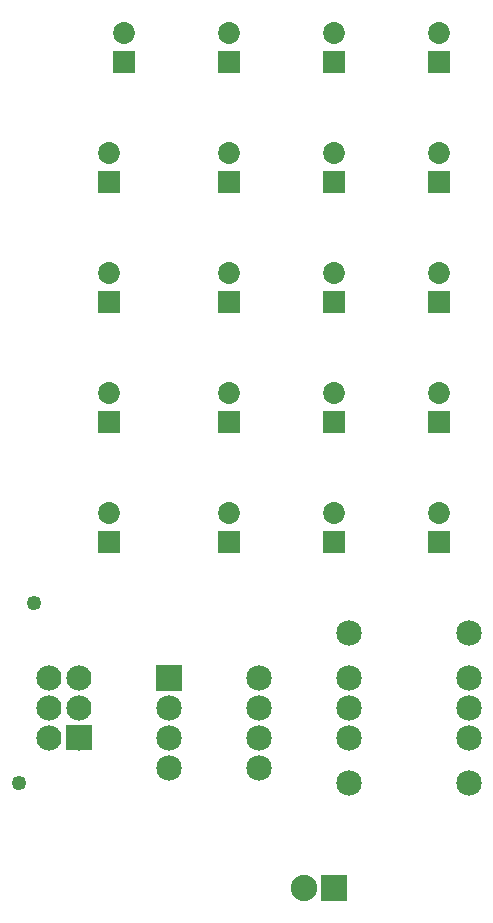
<source format=gbs>
G04 MADE WITH FRITZING*
G04 WWW.FRITZING.ORG*
G04 DOUBLE SIDED*
G04 HOLES PLATED*
G04 CONTOUR ON CENTER OF CONTOUR VECTOR*
%ASAXBY*%
%FSLAX23Y23*%
%MOIN*%
%OFA0B0*%
%SFA1.0B1.0*%
%ADD10C,0.085000*%
%ADD11C,0.088000*%
%ADD12C,0.084000*%
%ADD13C,0.049370*%
%ADD14C,0.072992*%
%ADD15R,0.085000X0.085000*%
%ADD16R,0.088000X0.088000*%
%ADD17R,0.072992X0.072992*%
%ADD18R,0.001000X0.001000*%
%LNMASK0*%
G90*
G70*
G54D10*
X604Y855D03*
X904Y855D03*
X604Y755D03*
X904Y755D03*
X604Y655D03*
X904Y655D03*
X604Y555D03*
X904Y555D03*
G54D11*
X1154Y155D03*
X1054Y155D03*
G54D12*
X304Y655D03*
X204Y655D03*
X304Y755D03*
X204Y755D03*
X304Y855D03*
X204Y855D03*
G54D13*
X154Y1105D03*
X104Y505D03*
G54D14*
X1504Y1307D03*
X1504Y1405D03*
X1154Y1307D03*
X1154Y1405D03*
X804Y1307D03*
X804Y1405D03*
X404Y1307D03*
X404Y1405D03*
X1504Y1707D03*
X1504Y1805D03*
X1154Y1707D03*
X1154Y1805D03*
X804Y1707D03*
X804Y1805D03*
X404Y1707D03*
X404Y1805D03*
X1504Y2107D03*
X1504Y2205D03*
X1154Y2107D03*
X1154Y2205D03*
X804Y2107D03*
X804Y2205D03*
X404Y2107D03*
X404Y2205D03*
X1504Y2507D03*
X1504Y2605D03*
X1154Y2507D03*
X1154Y2605D03*
X804Y2507D03*
X804Y2605D03*
X404Y2507D03*
X404Y2605D03*
X1504Y2907D03*
X1504Y3005D03*
X1154Y2907D03*
X1154Y3005D03*
X804Y2907D03*
X804Y3005D03*
X454Y2907D03*
X454Y3005D03*
G54D10*
X1604Y1005D03*
X1204Y1005D03*
X1604Y855D03*
X1204Y855D03*
X1604Y755D03*
X1204Y755D03*
X1604Y655D03*
X1204Y655D03*
X1604Y505D03*
X1204Y505D03*
G54D15*
X604Y855D03*
G54D16*
X1154Y155D03*
G54D17*
X1504Y1307D03*
X1154Y1307D03*
X804Y1307D03*
X404Y1307D03*
X1504Y1707D03*
X1154Y1707D03*
X804Y1707D03*
X404Y1707D03*
X1504Y2107D03*
X1154Y2107D03*
X804Y2107D03*
X404Y2107D03*
X1504Y2507D03*
X1154Y2507D03*
X804Y2507D03*
X404Y2507D03*
X1504Y2907D03*
X1154Y2907D03*
X804Y2907D03*
X454Y2907D03*
G54D18*
X262Y697D02*
X345Y697D01*
X262Y696D02*
X345Y696D01*
X262Y695D02*
X345Y695D01*
X262Y694D02*
X345Y694D01*
X262Y693D02*
X345Y693D01*
X262Y692D02*
X345Y692D01*
X262Y691D02*
X345Y691D01*
X262Y690D02*
X345Y690D01*
X262Y689D02*
X345Y689D01*
X262Y688D02*
X345Y688D01*
X262Y687D02*
X345Y687D01*
X262Y686D02*
X345Y686D01*
X262Y685D02*
X345Y685D01*
X262Y684D02*
X345Y684D01*
X262Y683D02*
X345Y683D01*
X262Y682D02*
X345Y682D01*
X262Y681D02*
X345Y681D01*
X262Y680D02*
X345Y680D01*
X262Y679D02*
X345Y679D01*
X262Y678D02*
X345Y678D01*
X262Y677D02*
X345Y677D01*
X262Y676D02*
X345Y676D01*
X262Y675D02*
X345Y675D01*
X262Y674D02*
X345Y674D01*
X262Y673D02*
X345Y673D01*
X262Y672D02*
X345Y672D01*
X262Y671D02*
X345Y671D01*
X262Y670D02*
X298Y670D01*
X309Y670D02*
X345Y670D01*
X262Y669D02*
X296Y669D01*
X311Y669D02*
X345Y669D01*
X262Y668D02*
X294Y668D01*
X313Y668D02*
X345Y668D01*
X262Y667D02*
X293Y667D01*
X314Y667D02*
X345Y667D01*
X262Y666D02*
X292Y666D01*
X315Y666D02*
X345Y666D01*
X262Y665D02*
X291Y665D01*
X316Y665D02*
X345Y665D01*
X262Y664D02*
X290Y664D01*
X317Y664D02*
X345Y664D01*
X262Y663D02*
X290Y663D01*
X317Y663D02*
X345Y663D01*
X262Y662D02*
X289Y662D01*
X318Y662D02*
X345Y662D01*
X262Y661D02*
X289Y661D01*
X318Y661D02*
X345Y661D01*
X262Y660D02*
X289Y660D01*
X319Y660D02*
X345Y660D01*
X262Y659D02*
X288Y659D01*
X319Y659D02*
X345Y659D01*
X262Y658D02*
X288Y658D01*
X319Y658D02*
X345Y658D01*
X262Y657D02*
X288Y657D01*
X319Y657D02*
X345Y657D01*
X262Y656D02*
X288Y656D01*
X319Y656D02*
X345Y656D01*
X262Y655D02*
X288Y655D01*
X319Y655D02*
X345Y655D01*
X262Y654D02*
X288Y654D01*
X319Y654D02*
X345Y654D01*
X262Y653D02*
X288Y653D01*
X319Y653D02*
X345Y653D01*
X262Y652D02*
X289Y652D01*
X319Y652D02*
X345Y652D01*
X262Y651D02*
X289Y651D01*
X318Y651D02*
X345Y651D01*
X262Y650D02*
X289Y650D01*
X318Y650D02*
X345Y650D01*
X262Y649D02*
X290Y649D01*
X317Y649D02*
X345Y649D01*
X262Y648D02*
X290Y648D01*
X317Y648D02*
X345Y648D01*
X262Y647D02*
X291Y647D01*
X316Y647D02*
X345Y647D01*
X262Y646D02*
X292Y646D01*
X315Y646D02*
X345Y646D01*
X262Y645D02*
X293Y645D01*
X314Y645D02*
X345Y645D01*
X262Y644D02*
X294Y644D01*
X313Y644D02*
X345Y644D01*
X262Y643D02*
X295Y643D01*
X312Y643D02*
X345Y643D01*
X262Y642D02*
X297Y642D01*
X310Y642D02*
X345Y642D01*
X262Y641D02*
X301Y641D01*
X306Y641D02*
X345Y641D01*
X262Y640D02*
X345Y640D01*
X262Y639D02*
X345Y639D01*
X262Y638D02*
X345Y638D01*
X262Y637D02*
X345Y637D01*
X262Y636D02*
X345Y636D01*
X262Y635D02*
X345Y635D01*
X262Y634D02*
X345Y634D01*
X262Y633D02*
X345Y633D01*
X262Y632D02*
X345Y632D01*
X262Y631D02*
X345Y631D01*
X262Y630D02*
X345Y630D01*
X262Y629D02*
X345Y629D01*
X262Y628D02*
X345Y628D01*
X262Y627D02*
X345Y627D01*
X262Y626D02*
X345Y626D01*
X262Y625D02*
X345Y625D01*
X262Y624D02*
X345Y624D01*
X262Y623D02*
X345Y623D01*
X262Y622D02*
X345Y622D01*
X262Y621D02*
X345Y621D01*
X262Y620D02*
X345Y620D01*
X262Y619D02*
X345Y619D01*
X262Y618D02*
X345Y618D01*
X262Y617D02*
X345Y617D01*
X262Y616D02*
X345Y616D01*
X262Y615D02*
X345Y615D01*
X262Y614D02*
X345Y614D01*
D02*
G04 End of Mask0*
M02*
</source>
